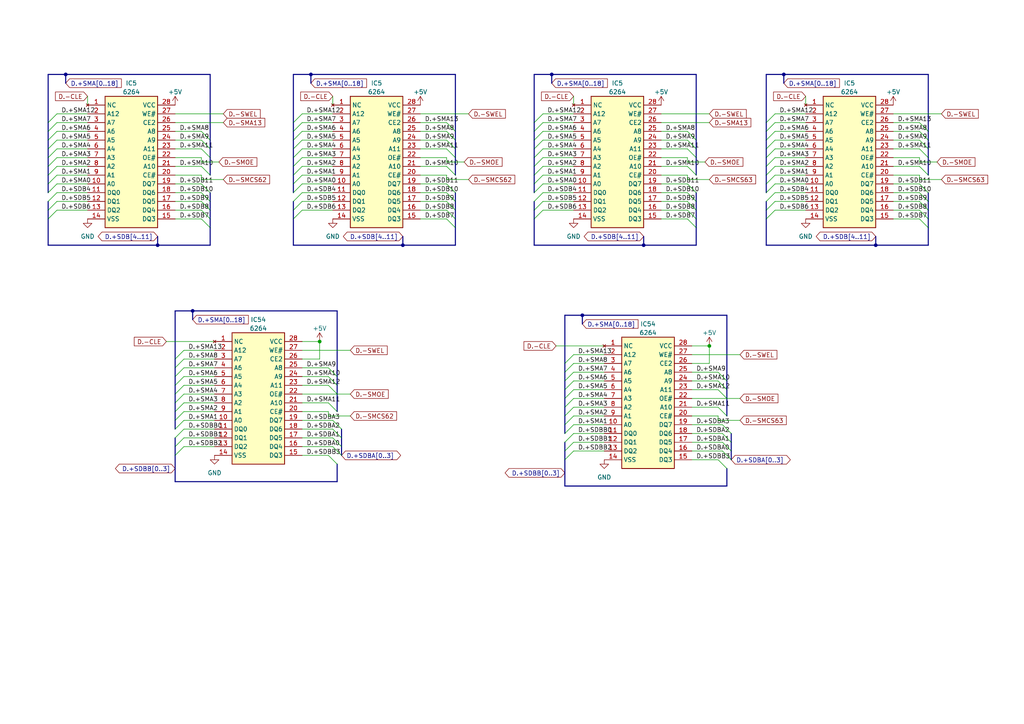
<source format=kicad_sch>
(kicad_sch (version 20230121) (generator eeschema)
  (paper "A4")
  (lib_symbols
    (symbol "SamacSys_Parts:LY6264DL-70LLI"
      (property "Reference" "IC" (at 21.59 7.62 0))
      (property "Value" "LY6264DL-70LLI" (at 21.59 5.08 0))
      (symbol "LY6264DL-70LLI_1_1"
        (rectangle (start 5.08 2.54) (end 20.32 -35.56) (stroke (width 0.254)) (fill (type background)))
        (pin no_connect line (at 0 0 0) (length 5.08) (name "NC") (number "1"))
        (pin passive line (at 0 -22.86 0) (length 5.08) (name "A0") (number "10"))
        (pin passive line (at 0 -25.4 0) (length 5.08) (name "DQ0") (number "11"))
        (pin passive line (at 0 -27.94 0) (length 5.08) (name "DQ1") (number "12"))
        (pin passive line (at 0 -30.48 0) (length 5.08) (name "DQ2") (number "13"))
        (pin passive line (at 0 -33.02 0) (length 5.08) (name "VSS") (number "14"))
        (pin passive line (at 25.4 -33.02 180) (length 5.08) (name "DQ3") (number "15"))
        (pin passive line (at 25.4 -30.48 180) (length 5.08) (name "DQ4") (number "16"))
        (pin passive line (at 25.4 -27.94 180) (length 5.08) (name "DQ5") (number "17"))
        (pin passive line (at 25.4 -25.4 180) (length 5.08) (name "DQ6") (number "18"))
        (pin passive line (at 25.4 -22.86 180) (length 5.08) (name "DQ7") (number "19"))
        (pin passive line (at 0 -2.54 0) (length 5.08) (name "A12") (number "2"))
        (pin passive line (at 25.4 -20.32 180) (length 5.08) (name "CE#") (number "20"))
        (pin passive line (at 25.4 -17.78 180) (length 5.08) (name "A10") (number "21"))
        (pin passive line (at 25.4 -15.24 180) (length 5.08) (name "OE#") (number "22"))
        (pin passive line (at 25.4 -12.7 180) (length 5.08) (name "A11") (number "23"))
        (pin passive line (at 25.4 -10.16 180) (length 5.08) (name "A9") (number "24"))
        (pin passive line (at 25.4 -7.62 180) (length 5.08) (name "A8") (number "25"))
        (pin passive line (at 25.4 -5.08 180) (length 5.08) (name "CE2") (number "26"))
        (pin passive line (at 25.4 -2.54 180) (length 5.08) (name "WE#") (number "27"))
        (pin passive line (at 25.4 0 180) (length 5.08) (name "VCC") (number "28"))
        (pin passive line (at 0 -5.08 0) (length 5.08) (name "A7") (number "3"))
        (pin passive line (at 0 -7.62 0) (length 5.08) (name "A6") (number "4"))
        (pin passive line (at 0 -10.16 0) (length 5.08) (name "A5") (number "5"))
        (pin passive line (at 0 -12.7 0) (length 5.08) (name "A4") (number "6"))
        (pin passive line (at 0 -15.24 0) (length 5.08) (name "A3") (number "7"))
        (pin passive line (at 0 -17.78 0) (length 5.08) (name "A2") (number "8"))
        (pin passive line (at 0 -20.32 0) (length 5.08) (name "A1") (number "9"))
      )
    )
    (symbol "power:+5V" (power) (pin_names (offset 0))
      (property "Value" "+5V" (at 0 3.556 0))
      (symbol "+5V_0_1"
        (polyline (pts (xy -0.762 1.27) (xy 0 2.54)))
        (polyline (pts (xy 0 0) (xy 0 2.54)))
        (polyline (pts (xy 0 2.54) (xy 0.762 1.27)))
      )
      (symbol "+5V_1_1"
        (pin power_in line (at 0 0 90) (length 0) hide (name "+5V") (number "1"))
      )
    )
    (symbol "power:GND" (power) (pin_names (offset 0))
      (property "Value" "GND" (at 0 -3.81 0))
      (symbol "GND_0_1"
        (polyline (pts (xy 0 0) (xy 0 -1.27) (xy 1.27 -1.27) (xy 0 -2.54) (xy -1.27 -1.27) (xy 0 -1.27)))
      )
      (symbol "GND_1_1"
        (pin power_in line (at 0 0 270) (length 0) hide (name "GND") (number "1"))
      )
    )
  )
  (junction (at 92.71 99.06))
  (junction (at 205.74 100.33))
  (junction (at 19.05 21.59))
  (junction (at 186.69 71.12))
  (junction (at 45.72 71.12))
  (junction (at 55.88 90.17))
  (junction (at 168.91 91.44))
  (junction (at 90.17 21.59))
  (junction (at 254 71.12))
  (junction (at 227.33 21.59))
  (junction (at 116.84 71.12))
  (junction (at 160.02 21.59))
  (bus_entry (at 157.48 33.02) (size -2.54 2.54))
  (bus_entry (at 53.34 121.92) (size -2.54 2.54))
  (bus_entry (at 16.51 35.56) (size -2.54 2.54))
  (bus_entry (at 129.54 48.26) (size 2.54 2.54))
  (bus_entry (at 129.54 58.42) (size 2.54 2.54))
  (bus_entry (at 166.37 115.57) (size -2.54 2.54))
  (bus_entry (at 166.37 128.27) (size -2.54 2.54))
  (bus_entry (at 166.37 123.19) (size -2.54 2.54))
  (bus_entry (at 95.25 106.68) (size 2.54 2.54))
  (bus_entry (at 87.63 60.96) (size -2.54 2.54))
  (bus_entry (at 224.79 45.72) (size -2.54 2.54))
  (bus_entry (at 224.79 60.96) (size -2.54 2.54))
  (bus_entry (at 157.48 43.18) (size -2.54 2.54))
  (bus_entry (at 16.51 48.26) (size -2.54 2.54))
  (bus_entry (at 209.55 123.19) (size 2.54 2.54))
  (bus_entry (at 53.34 106.68) (size -2.54 2.54))
  (bus_entry (at 166.37 107.95) (size -2.54 2.54))
  (bus_entry (at 96.52 121.92) (size 2.54 2.54))
  (bus_entry (at 53.34 116.84) (size -2.54 2.54))
  (bus_entry (at 166.37 113.03) (size -2.54 2.54))
  (bus_entry (at 58.42 53.34) (size 2.54 2.54))
  (bus_entry (at 129.54 55.88) (size 2.54 2.54))
  (bus_entry (at 199.39 43.18) (size 2.54 2.54))
  (bus_entry (at 266.7 58.42) (size 2.54 2.54))
  (bus_entry (at 157.48 35.56) (size -2.54 2.54))
  (bus_entry (at 266.7 55.88) (size 2.54 2.54))
  (bus_entry (at 166.37 125.73) (size -2.54 2.54))
  (bus_entry (at 95.25 132.08) (size 2.54 2.54))
  (bus_entry (at 58.42 48.26) (size 2.54 2.54))
  (bus_entry (at 199.39 58.42) (size 2.54 2.54))
  (bus_entry (at 129.54 63.5) (size 2.54 2.54))
  (bus_entry (at 16.51 33.02) (size -2.54 2.54))
  (bus_entry (at 58.42 60.96) (size 2.54 2.54))
  (bus_entry (at 16.51 53.34) (size -2.54 2.54))
  (bus_entry (at 87.63 53.34) (size -2.54 2.54))
  (bus_entry (at 53.34 101.6) (size -2.54 2.54))
  (bus_entry (at 58.42 63.5) (size 2.54 2.54))
  (bus_entry (at 224.79 53.34) (size -2.54 2.54))
  (bus_entry (at 129.54 35.56) (size 2.54 2.54))
  (bus_entry (at 224.79 58.42) (size -2.54 2.54))
  (bus_entry (at 87.63 40.64) (size -2.54 2.54))
  (bus_entry (at 95.25 111.76) (size 2.54 2.54))
  (bus_entry (at 53.34 127) (size -2.54 2.54))
  (bus_entry (at 224.79 40.64) (size -2.54 2.54))
  (bus_entry (at 96.52 127) (size 2.54 2.54))
  (bus_entry (at 199.39 48.26) (size 2.54 2.54))
  (bus_entry (at 224.79 33.02) (size -2.54 2.54))
  (bus_entry (at 157.48 38.1) (size -2.54 2.54))
  (bus_entry (at 266.7 63.5) (size 2.54 2.54))
  (bus_entry (at 87.63 33.02) (size -2.54 2.54))
  (bus_entry (at 53.34 119.38) (size -2.54 2.54))
  (bus_entry (at 209.55 130.81) (size 2.54 2.54))
  (bus_entry (at 16.51 45.72) (size -2.54 2.54))
  (bus_entry (at 224.79 38.1) (size -2.54 2.54))
  (bus_entry (at 95.25 109.22) (size 2.54 2.54))
  (bus_entry (at 209.55 125.73) (size 2.54 2.54))
  (bus_entry (at 266.7 43.18) (size 2.54 2.54))
  (bus_entry (at 53.34 114.3) (size -2.54 2.54))
  (bus_entry (at 16.51 60.96) (size -2.54 2.54))
  (bus_entry (at 129.54 43.18) (size 2.54 2.54))
  (bus_entry (at 224.79 43.18) (size -2.54 2.54))
  (bus_entry (at 166.37 105.41) (size -2.54 2.54))
  (bus_entry (at 157.48 60.96) (size -2.54 2.54))
  (bus_entry (at 199.39 60.96) (size 2.54 2.54))
  (bus_entry (at 266.7 53.34) (size 2.54 2.54))
  (bus_entry (at 208.28 113.03) (size 2.54 2.54))
  (bus_entry (at 53.34 109.22) (size -2.54 2.54))
  (bus_entry (at 208.28 110.49) (size 2.54 2.54))
  (bus_entry (at 157.48 53.34) (size -2.54 2.54))
  (bus_entry (at 87.63 55.88) (size -2.54 2.54))
  (bus_entry (at 166.37 120.65) (size -2.54 2.54))
  (bus_entry (at 224.79 35.56) (size -2.54 2.54))
  (bus_entry (at 224.79 48.26) (size -2.54 2.54))
  (bus_entry (at 157.48 58.42) (size -2.54 2.54))
  (bus_entry (at 266.7 48.26) (size 2.54 2.54))
  (bus_entry (at 58.42 38.1) (size 2.54 2.54))
  (bus_entry (at 16.51 50.8) (size -2.54 2.54))
  (bus_entry (at 199.39 38.1) (size 2.54 2.54))
  (bus_entry (at 157.48 55.88) (size -2.54 2.54))
  (bus_entry (at 58.42 40.64) (size 2.54 2.54))
  (bus_entry (at 87.63 35.56) (size -2.54 2.54))
  (bus_entry (at 87.63 48.26) (size -2.54 2.54))
  (bus_entry (at 157.48 45.72) (size -2.54 2.54))
  (bus_entry (at 87.63 50.8) (size -2.54 2.54))
  (bus_entry (at 266.7 40.64) (size 2.54 2.54))
  (bus_entry (at 166.37 110.49) (size -2.54 2.54))
  (bus_entry (at 199.39 40.64) (size 2.54 2.54))
  (bus_entry (at 129.54 53.34) (size 2.54 2.54))
  (bus_entry (at 266.7 35.56) (size 2.54 2.54))
  (bus_entry (at 157.48 50.8) (size -2.54 2.54))
  (bus_entry (at 58.42 43.18) (size 2.54 2.54))
  (bus_entry (at 96.52 124.46) (size 2.54 2.54))
  (bus_entry (at 16.51 40.64) (size -2.54 2.54))
  (bus_entry (at 157.48 40.64) (size -2.54 2.54))
  (bus_entry (at 208.28 133.35) (size 2.54 2.54))
  (bus_entry (at 166.37 130.81) (size -2.54 2.54))
  (bus_entry (at 16.51 55.88) (size -2.54 2.54))
  (bus_entry (at 95.25 116.84) (size 2.54 2.54))
  (bus_entry (at 266.7 38.1) (size 2.54 2.54))
  (bus_entry (at 129.54 60.96) (size 2.54 2.54))
  (bus_entry (at 87.63 38.1) (size -2.54 2.54))
  (bus_entry (at 208.28 107.95) (size 2.54 2.54))
  (bus_entry (at 129.54 40.64) (size 2.54 2.54))
  (bus_entry (at 129.54 38.1) (size 2.54 2.54))
  (bus_entry (at 209.55 128.27) (size 2.54 2.54))
  (bus_entry (at 16.51 38.1) (size -2.54 2.54))
  (bus_entry (at 16.51 43.18) (size -2.54 2.54))
  (bus_entry (at 16.51 58.42) (size -2.54 2.54))
  (bus_entry (at 199.39 53.34) (size 2.54 2.54))
  (bus_entry (at 58.42 58.42) (size 2.54 2.54))
  (bus_entry (at 58.42 55.88) (size 2.54 2.54))
  (bus_entry (at 224.79 55.88) (size -2.54 2.54))
  (bus_entry (at 53.34 104.14) (size -2.54 2.54))
  (bus_entry (at 224.79 50.8) (size -2.54 2.54))
  (bus_entry (at 53.34 111.76) (size -2.54 2.54))
  (bus_entry (at 87.63 45.72) (size -2.54 2.54))
  (bus_entry (at 53.34 129.54) (size -2.54 2.54))
  (bus_entry (at 166.37 118.11) (size -2.54 2.54))
  (bus_entry (at 96.52 129.54) (size 2.54 2.54))
  (bus_entry (at 157.48 48.26) (size -2.54 2.54))
  (bus_entry (at 166.37 102.87) (size -2.54 2.54))
  (bus_entry (at 87.63 43.18) (size -2.54 2.54))
  (bus_entry (at 199.39 55.88) (size 2.54 2.54))
  (bus_entry (at 199.39 63.5) (size 2.54 2.54))
  (bus_entry (at 208.28 118.11) (size 2.54 2.54))
  (bus_entry (at 266.7 60.96) (size 2.54 2.54))
  (bus_entry (at 87.63 58.42) (size -2.54 2.54))
  (bus_entry (at 53.34 124.46) (size -2.54 2.54))
  (bus (pts (xy 60.96 60.96) (xy 60.96 63.5)))
  (bus (pts (xy 163.83 115.57) (xy 163.83 118.11)))
  (bus (pts (xy 163.83 91.44) (xy 163.83 105.41)))
  (bus (pts (xy 201.93 55.88) (xy 201.93 58.42)))
  (wire (pts (xy 121.92 38.1) (xy 129.54 38.1)))
  (wire (pts (xy 199.39 45.72) (xy 191.77 45.72)))
  (bus (pts (xy 13.97 38.1) (xy 13.97 40.64)))
  (bus (pts (xy 85.09 35.56) (xy 85.09 38.1)))
  (wire (pts (xy 64.77 33.02) (xy 50.8 33.02)))
  (bus (pts (xy 132.08 58.42) (xy 132.08 60.96)))
  (wire (pts (xy 210.82 115.57) (xy 200.66 115.57)))
  (wire (pts (xy 166.37 115.57) (xy 175.26 115.57)))
  (wire (pts (xy 166.37 113.03) (xy 175.26 113.03)))
  (wire (pts (xy 16.51 43.18) (xy 25.4 43.18)))
  (bus (pts (xy 186.69 68.58) (xy 186.69 71.12)))
  (bus (pts (xy 13.97 45.72) (xy 13.97 48.26)))
  (wire (pts (xy 53.34 104.14) (xy 62.23 104.14)))
  (bus (pts (xy 60.96 66.04) (xy 60.96 71.12)))
  (wire (pts (xy 16.51 40.64) (xy 25.4 40.64)))
  (bus (pts (xy 99.06 129.54) (xy 99.06 132.08)))
  (bus (pts (xy 50.8 106.68) (xy 50.8 109.22)))
  (wire (pts (xy 87.63 35.56) (xy 96.52 35.56)))
  (bus (pts (xy 160.02 21.59) (xy 160.02 24.13)))
  (bus (pts (xy 222.25 40.64) (xy 222.25 43.18)))
  (wire (pts (xy 166.37 27.94) (xy 166.37 30.48)))
  (wire (pts (xy 224.79 45.72) (xy 233.68 45.72)))
  (wire (pts (xy 135.89 52.07) (xy 129.54 52.07)))
  (bus (pts (xy 227.33 21.59) (xy 227.33 24.13)))
  (bus (pts (xy 163.83 130.81) (xy 163.83 128.27)))
  (bus (pts (xy 154.94 21.59) (xy 160.02 21.59)))
  (wire (pts (xy 266.7 45.72) (xy 266.7 46.99)))
  (bus (pts (xy 186.69 71.12) (xy 154.94 71.12)))
  (bus (pts (xy 85.09 50.8) (xy 85.09 53.34)))
  (bus (pts (xy 222.25 53.34) (xy 222.25 55.88)))
  (wire (pts (xy 87.63 127) (xy 96.52 127)))
  (bus (pts (xy 85.09 45.72) (xy 85.09 48.26)))
  (bus (pts (xy 13.97 21.59) (xy 13.97 35.56)))
  (wire (pts (xy 95.25 120.65) (xy 95.25 119.38)))
  (wire (pts (xy 166.37 107.95) (xy 175.26 107.95)))
  (wire (pts (xy 50.8 55.88) (xy 58.42 55.88)))
  (wire (pts (xy 58.42 52.07) (xy 58.42 50.8)))
  (wire (pts (xy 97.79 114.3) (xy 87.63 114.3)))
  (bus (pts (xy 132.08 40.64) (xy 132.08 38.1)))
  (wire (pts (xy 224.79 53.34) (xy 233.68 53.34)))
  (wire (pts (xy 191.77 55.88) (xy 199.39 55.88)))
  (bus (pts (xy 85.09 63.5) (xy 85.09 71.12)))
  (bus (pts (xy 60.96 43.18) (xy 60.96 45.72)))
  (bus (pts (xy 13.97 21.59) (xy 19.05 21.59)))
  (bus (pts (xy 13.97 58.42) (xy 13.97 60.96)))
  (bus (pts (xy 97.79 139.7) (xy 50.8 139.7)))
  (wire (pts (xy 224.79 40.64) (xy 233.68 40.64)))
  (wire (pts (xy 16.51 60.96) (xy 25.4 60.96)))
  (bus (pts (xy 60.96 45.72) (xy 60.96 50.8)))
  (wire (pts (xy 87.63 50.8) (xy 96.52 50.8)))
  (bus (pts (xy 116.84 71.12) (xy 85.09 71.12)))
  (bus (pts (xy 55.88 90.17) (xy 97.79 90.17)))
  (bus (pts (xy 163.83 140.97) (xy 163.83 133.35)))
  (bus (pts (xy 210.82 110.49) (xy 210.82 113.03)))
  (wire (pts (xy 191.77 38.1) (xy 199.39 38.1)))
  (bus (pts (xy 201.93 66.04) (xy 201.93 71.12)))
  (wire (pts (xy 214.63 102.87) (xy 200.66 102.87)))
  (bus (pts (xy 132.08 66.04) (xy 132.08 71.12)))
  (bus (pts (xy 269.24 40.64) (xy 269.24 38.1)))
  (bus (pts (xy 132.08 71.12) (xy 116.84 71.12)))
  (wire (pts (xy 53.34 116.84) (xy 62.23 116.84)))
  (wire (pts (xy 191.77 58.42) (xy 199.39 58.42)))
  (bus (pts (xy 168.91 91.44) (xy 210.82 91.44)))
  (wire (pts (xy 224.79 48.26) (xy 233.68 48.26)))
  (bus (pts (xy 85.09 40.64) (xy 85.09 43.18)))
  (bus (pts (xy 60.96 58.42) (xy 60.96 60.96)))
  (bus (pts (xy 154.94 35.56) (xy 154.94 38.1)))
  (bus (pts (xy 222.25 21.59) (xy 227.33 21.59)))
  (wire (pts (xy 259.08 40.64) (xy 266.7 40.64)))
  (wire (pts (xy 266.7 45.72) (xy 259.08 45.72)))
  (bus (pts (xy 222.25 45.72) (xy 222.25 48.26)))
  (wire (pts (xy 166.37 102.87) (xy 175.26 102.87)))
  (bus (pts (xy 85.09 53.34) (xy 85.09 55.88)))
  (wire (pts (xy 166.37 120.65) (xy 175.26 120.65)))
  (bus (pts (xy 85.09 43.18) (xy 85.09 45.72)))
  (wire (pts (xy 259.08 53.34) (xy 266.7 53.34)))
  (wire (pts (xy 157.48 38.1) (xy 166.37 38.1)))
  (bus (pts (xy 154.94 48.26) (xy 154.94 50.8)))
  (wire (pts (xy 259.08 38.1) (xy 266.7 38.1)))
  (wire (pts (xy 273.05 33.02) (xy 259.08 33.02)))
  (wire (pts (xy 199.39 52.07) (xy 199.39 50.8)))
  (bus (pts (xy 227.33 21.59) (xy 269.24 21.59)))
  (bus (pts (xy 60.96 40.64) (xy 60.96 21.59)))
  (wire (pts (xy 16.51 55.88) (xy 25.4 55.88)))
  (wire (pts (xy 58.42 46.99) (xy 63.5 46.99)))
  (wire (pts (xy 157.48 33.02) (xy 166.37 33.02)))
  (bus (pts (xy 97.79 109.22) (xy 97.79 90.17)))
  (bus (pts (xy 163.83 91.44) (xy 168.91 91.44)))
  (wire (pts (xy 87.63 58.42) (xy 96.52 58.42)))
  (bus (pts (xy 13.97 43.18) (xy 13.97 45.72)))
  (wire (pts (xy 157.48 58.42) (xy 166.37 58.42)))
  (wire (pts (xy 87.63 116.84) (xy 95.25 116.84)))
  (wire (pts (xy 259.08 63.5) (xy 266.7 63.5)))
  (bus (pts (xy 154.94 45.72) (xy 154.94 48.26)))
  (wire (pts (xy 200.66 105.41) (xy 205.74 105.41)))
  (wire (pts (xy 166.37 110.49) (xy 175.26 110.49)))
  (bus (pts (xy 222.25 21.59) (xy 222.25 35.56)))
  (bus (pts (xy 163.83 120.65) (xy 163.83 123.19)))
  (bus (pts (xy 269.24 66.04) (xy 269.24 71.12)))
  (wire (pts (xy 166.37 105.41) (xy 175.26 105.41)))
  (wire (pts (xy 58.42 45.72) (xy 58.42 46.99)))
  (bus (pts (xy 269.24 43.18) (xy 269.24 45.72)))
  (wire (pts (xy 121.92 40.64) (xy 129.54 40.64)))
  (wire (pts (xy 87.63 40.64) (xy 96.52 40.64)))
  (bus (pts (xy 201.93 43.18) (xy 201.93 45.72)))
  (wire (pts (xy 157.48 43.18) (xy 166.37 43.18)))
  (bus (pts (xy 85.09 21.59) (xy 85.09 35.56)))
  (wire (pts (xy 48.26 99.06) (xy 62.23 99.06)))
  (wire (pts (xy 224.79 55.88) (xy 233.68 55.88)))
  (wire (pts (xy 266.7 46.99) (xy 271.78 46.99)))
  (bus (pts (xy 163.83 123.19) (xy 163.83 125.73)))
  (wire (pts (xy 259.08 48.26) (xy 266.7 48.26)))
  (wire (pts (xy 157.48 40.64) (xy 166.37 40.64)))
  (wire (pts (xy 64.77 52.07) (xy 58.42 52.07)))
  (bus (pts (xy 85.09 38.1) (xy 85.09 40.64)))
  (wire (pts (xy 161.29 100.33) (xy 175.26 100.33)))
  (wire (pts (xy 87.63 48.26) (xy 96.52 48.26)))
  (bus (pts (xy 19.05 21.59) (xy 19.05 24.13)))
  (wire (pts (xy 233.68 27.94) (xy 233.68 30.48)))
  (wire (pts (xy 224.79 43.18) (xy 233.68 43.18)))
  (wire (pts (xy 87.63 106.68) (xy 95.25 106.68)))
  (wire (pts (xy 208.28 120.65) (xy 200.66 120.65)))
  (wire (pts (xy 121.92 63.5) (xy 129.54 63.5)))
  (bus (pts (xy 60.96 40.64) (xy 60.96 43.18)))
  (bus (pts (xy 254 68.58) (xy 254 71.12)))
  (wire (pts (xy 157.48 53.34) (xy 166.37 53.34)))
  (bus (pts (xy 154.94 21.59) (xy 154.94 35.56)))
  (wire (pts (xy 205.74 52.07) (xy 199.39 52.07)))
  (bus (pts (xy 50.8 116.84) (xy 50.8 119.38)))
  (bus (pts (xy 97.79 114.3) (xy 97.79 119.38)))
  (bus (pts (xy 163.83 110.49) (xy 163.83 113.03)))
  (bus (pts (xy 269.24 38.1) (xy 269.24 21.59)))
  (wire (pts (xy 87.63 33.02) (xy 96.52 33.02)))
  (bus (pts (xy 210.82 110.49) (xy 210.82 91.44)))
  (bus (pts (xy 210.82 115.57) (xy 210.82 120.65)))
  (wire (pts (xy 16.51 58.42) (xy 25.4 58.42)))
  (bus (pts (xy 85.09 48.26) (xy 85.09 50.8)))
  (wire (pts (xy 87.63 43.18) (xy 96.52 43.18)))
  (wire (pts (xy 157.48 50.8) (xy 166.37 50.8)))
  (bus (pts (xy 50.8 129.54) (xy 50.8 127)))
  (wire (pts (xy 191.77 40.64) (xy 199.39 40.64)))
  (wire (pts (xy 266.7 52.07) (xy 266.7 50.8)))
  (wire (pts (xy 96.52 27.94) (xy 96.52 30.48)))
  (wire (pts (xy 208.28 121.92) (xy 208.28 120.65)))
  (wire (pts (xy 157.48 55.88) (xy 166.37 55.88)))
  (wire (pts (xy 129.54 52.07) (xy 129.54 50.8)))
  (wire (pts (xy 121.92 43.18) (xy 129.54 43.18)))
  (wire (pts (xy 25.4 27.94) (xy 25.4 30.48)))
  (wire (pts (xy 87.63 129.54) (xy 96.52 129.54)))
  (wire (pts (xy 87.63 124.46) (xy 96.52 124.46)))
  (bus (pts (xy 132.08 45.72) (xy 132.08 50.8)))
  (bus (pts (xy 222.25 35.56) (xy 222.25 38.1)))
  (wire (pts (xy 16.51 45.72) (xy 25.4 45.72)))
  (bus (pts (xy 269.24 45.72) (xy 269.24 50.8)))
  (bus (pts (xy 50.8 121.92) (xy 50.8 124.46)))
  (wire (pts (xy 92.71 99.06) (xy 87.63 99.06)))
  (wire (pts (xy 129.54 50.8) (xy 121.92 50.8)))
  (wire (pts (xy 214.63 121.92) (xy 208.28 121.92)))
  (wire (pts (xy 50.8 43.18) (xy 58.42 43.18)))
  (bus (pts (xy 212.09 128.27) (xy 212.09 130.81)))
  (wire (pts (xy 266.7 50.8) (xy 259.08 50.8)))
  (wire (pts (xy 53.34 121.92) (xy 62.23 121.92)))
  (wire (pts (xy 259.08 58.42) (xy 266.7 58.42)))
  (bus (pts (xy 222.25 60.96) (xy 222.25 63.5)))
  (bus (pts (xy 201.93 40.64) (xy 201.93 21.59)))
  (wire (pts (xy 64.77 35.56) (xy 50.8 35.56)))
  (bus (pts (xy 19.05 21.59) (xy 60.96 21.59)))
  (bus (pts (xy 154.94 40.64) (xy 154.94 43.18)))
  (wire (pts (xy 16.51 50.8) (xy 25.4 50.8)))
  (wire (pts (xy 101.6 114.3) (xy 97.79 114.3)))
  (bus (pts (xy 160.02 21.59) (xy 201.93 21.59)))
  (wire (pts (xy 166.37 118.11) (xy 175.26 118.11)))
  (wire (pts (xy 16.51 33.02) (xy 25.4 33.02)))
  (bus (pts (xy 154.94 43.18) (xy 154.94 45.72)))
  (wire (pts (xy 157.48 35.56) (xy 166.37 35.56)))
  (bus (pts (xy 154.94 63.5) (xy 154.94 71.12)))
  (bus (pts (xy 154.94 53.34) (xy 154.94 55.88)))
  (wire (pts (xy 87.63 104.14) (xy 92.71 104.14)))
  (bus (pts (xy 222.25 38.1) (xy 222.25 40.64)))
  (bus (pts (xy 154.94 38.1) (xy 154.94 40.64)))
  (bus (pts (xy 116.84 68.58) (xy 116.84 71.12)))
  (wire (pts (xy 16.51 35.56) (xy 25.4 35.56)))
  (bus (pts (xy 90.17 21.59) (xy 132.08 21.59)))
  (bus (pts (xy 163.83 113.03) (xy 163.83 115.57)))
  (bus (pts (xy 97.79 109.22) (xy 97.79 111.76)))
  (wire (pts (xy 50.8 48.26) (xy 58.42 48.26)))
  (wire (pts (xy 87.63 38.1) (xy 96.52 38.1)))
  (bus (pts (xy 132.08 60.96) (xy 132.08 63.5)))
  (bus (pts (xy 201.93 45.72) (xy 201.93 50.8)))
  (wire (pts (xy 95.25 119.38) (xy 87.63 119.38)))
  (wire (pts (xy 101.6 101.6) (xy 87.63 101.6)))
  (bus (pts (xy 269.24 55.88) (xy 269.24 58.42)))
  (bus (pts (xy 13.97 35.56) (xy 13.97 38.1)))
  (bus (pts (xy 45.72 68.58) (xy 45.72 71.12)))
  (wire (pts (xy 53.34 106.68) (xy 62.23 106.68)))
  (wire (pts (xy 200.66 107.95) (xy 208.28 107.95)))
  (wire (pts (xy 87.63 132.08) (xy 95.25 132.08)))
  (wire (pts (xy 121.92 53.34) (xy 129.54 53.34)))
  (wire (pts (xy 273.05 52.07) (xy 266.7 52.07)))
  (wire (pts (xy 224.79 58.42) (xy 233.68 58.42)))
  (wire (pts (xy 191.77 53.34) (xy 199.39 53.34)))
  (bus (pts (xy 269.24 60.96) (xy 269.24 63.5)))
  (wire (pts (xy 53.34 127) (xy 62.23 127)))
  (bus (pts (xy 85.09 21.59) (xy 90.17 21.59)))
  (wire (pts (xy 191.77 63.5) (xy 199.39 63.5)))
  (bus (pts (xy 168.91 91.44) (xy 168.91 93.98)))
  (wire (pts (xy 200.66 118.11) (xy 208.28 118.11)))
  (wire (pts (xy 259.08 43.18) (xy 266.7 43.18)))
  (bus (pts (xy 210.82 113.03) (xy 210.82 115.57)))
  (wire (pts (xy 166.37 130.81) (xy 175.26 130.81)))
  (bus (pts (xy 13.97 48.26) (xy 13.97 50.8)))
  (wire (pts (xy 53.34 124.46) (xy 62.23 124.46)))
  (bus (pts (xy 50.8 90.17) (xy 50.8 104.14)))
  (bus (pts (xy 222.25 43.18) (xy 222.25 45.72)))
  (bus (pts (xy 60.96 63.5) (xy 60.96 66.04)))
  (bus (pts (xy 132.08 55.88) (xy 132.08 58.42)))
  (wire (pts (xy 92.71 99.06) (xy 92.71 104.14)))
  (bus (pts (xy 50.8 109.22) (xy 50.8 111.76)))
  (bus (pts (xy 55.88 90.17) (xy 55.88 92.71)))
  (bus (pts (xy 201.93 63.5) (xy 201.93 66.04)))
  (bus (pts (xy 154.94 58.42) (xy 154.94 60.96)))
  (bus (pts (xy 163.83 118.11) (xy 163.83 120.65)))
  (wire (pts (xy 200.66 133.35) (xy 208.28 133.35)))
  (bus (pts (xy 50.8 114.3) (xy 50.8 116.84)))
  (bus (pts (xy 201.93 60.96) (xy 201.93 63.5)))
  (wire (pts (xy 205.74 100.33) (xy 205.74 105.41)))
  (wire (pts (xy 121.92 35.56) (xy 129.54 35.56)))
  (wire (pts (xy 16.51 53.34) (xy 25.4 53.34)))
  (bus (pts (xy 13.97 60.96) (xy 13.97 63.5)))
  (bus (pts (xy 132.08 38.1) (xy 132.08 21.59)))
  (wire (pts (xy 224.79 60.96) (xy 233.68 60.96)))
  (wire (pts (xy 129.54 46.99) (xy 134.62 46.99)))
  (wire (pts (xy 166.37 125.73) (xy 175.26 125.73)))
  (wire (pts (xy 224.79 33.02) (xy 233.68 33.02)))
  (wire (pts (xy 224.79 35.56) (xy 233.68 35.56)))
  (wire (pts (xy 87.63 109.22) (xy 95.25 109.22)))
  (bus (pts (xy 50.8 104.14) (xy 50.8 106.68)))
  (wire (pts (xy 53.34 129.54) (xy 62.23 129.54)))
  (wire (pts (xy 50.8 58.42) (xy 58.42 58.42)))
  (wire (pts (xy 87.63 55.88) (xy 96.52 55.88)))
  (wire (pts (xy 199.39 45.72) (xy 199.39 46.99)))
  (bus (pts (xy 269.24 40.64) (xy 269.24 43.18)))
  (wire (pts (xy 58.42 50.8) (xy 50.8 50.8)))
  (bus (pts (xy 269.24 71.12) (xy 254 71.12)))
  (bus (pts (xy 212.09 125.73) (xy 212.09 128.27)))
  (wire (pts (xy 50.8 63.5) (xy 58.42 63.5)))
  (bus (pts (xy 50.8 139.7) (xy 50.8 132.08)))
  (wire (pts (xy 135.89 33.02) (xy 121.92 33.02)))
  (bus (pts (xy 222.25 63.5) (xy 222.25 71.12)))
  (bus (pts (xy 222.25 50.8) (xy 222.25 53.34)))
  (wire (pts (xy 157.48 45.72) (xy 166.37 45.72)))
  (bus (pts (xy 212.09 130.81) (xy 212.09 133.35)))
  (wire (pts (xy 200.66 123.19) (xy 209.55 123.19)))
  (bus (pts (xy 210.82 135.89) (xy 210.82 140.97)))
  (bus (pts (xy 222.25 48.26) (xy 222.25 50.8)))
  (bus (pts (xy 163.83 107.95) (xy 163.83 110.49)))
  (bus (pts (xy 13.97 40.64) (xy 13.97 43.18)))
  (wire (pts (xy 200.66 128.27) (xy 209.55 128.27)))
  (bus (pts (xy 222.25 58.42) (xy 222.25 60.96)))
  (wire (pts (xy 157.48 60.96) (xy 166.37 60.96)))
  (wire (pts (xy 121.92 60.96) (xy 129.54 60.96)))
  (bus (pts (xy 163.83 133.35) (xy 163.83 130.81)))
  (wire (pts (xy 205.74 100.33) (xy 200.66 100.33)))
  (wire (pts (xy 166.37 123.19) (xy 175.26 123.19)))
  (bus (pts (xy 85.09 60.96) (xy 85.09 63.5)))
  (wire (pts (xy 259.08 60.96) (xy 266.7 60.96)))
  (bus (pts (xy 132.08 63.5) (xy 132.08 66.04)))
  (bus (pts (xy 99.06 124.46) (xy 99.06 127)))
  (wire (pts (xy 199.39 46.99) (xy 204.47 46.99)))
  (wire (pts (xy 259.08 35.56) (xy 266.7 35.56)))
  (wire (pts (xy 129.54 45.72) (xy 121.92 45.72)))
  (bus (pts (xy 13.97 63.5) (xy 13.97 71.12)))
  (wire (pts (xy 16.51 38.1) (xy 25.4 38.1)))
  (wire (pts (xy 58.42 45.72) (xy 50.8 45.72)))
  (bus (pts (xy 201.93 40.64) (xy 201.93 43.18)))
  (bus (pts (xy 60.96 55.88) (xy 60.96 58.42)))
  (bus (pts (xy 13.97 50.8) (xy 13.97 53.34)))
  (wire (pts (xy 191.77 48.26) (xy 199.39 48.26)))
  (wire (pts (xy 259.08 55.88) (xy 266.7 55.88)))
  (wire (pts (xy 50.8 53.34) (xy 58.42 53.34)))
  (wire (pts (xy 199.39 50.8) (xy 191.77 50.8)))
  (wire (pts (xy 191.77 43.18) (xy 199.39 43.18)))
  (wire (pts (xy 200.66 125.73) (xy 209.55 125.73)))
  (bus (pts (xy 97.79 111.76) (xy 97.79 114.3)))
  (wire (pts (xy 50.8 38.1) (xy 58.42 38.1)))
  (wire (pts (xy 214.63 115.57) (xy 210.82 115.57)))
  (wire (pts (xy 50.8 60.96) (xy 58.42 60.96)))
  (wire (pts (xy 50.8 40.64) (xy 58.42 40.64)))
  (bus (pts (xy 13.97 53.34) (xy 13.97 55.88)))
  (wire (pts (xy 87.63 53.34) (xy 96.52 53.34)))
  (wire (pts (xy 200.66 130.81) (xy 209.55 130.81)))
  (wire (pts (xy 53.34 109.22) (xy 62.23 109.22)))
  (bus (pts (xy 132.08 43.18) (xy 132.08 45.72)))
  (wire (pts (xy 87.63 111.76) (xy 95.25 111.76)))
  (wire (pts (xy 205.74 33.02) (xy 191.77 33.02)))
  (bus (pts (xy 163.83 105.41) (xy 163.83 107.95)))
  (bus (pts (xy 97.79 134.62) (xy 97.79 139.7)))
  (wire (pts (xy 166.37 128.27) (xy 175.26 128.27)))
  (bus (pts (xy 269.24 58.42) (xy 269.24 60.96)))
  (bus (pts (xy 254 71.12) (xy 222.25 71.12)))
  (wire (pts (xy 87.63 45.72) (xy 96.52 45.72)))
  (wire (pts (xy 200.66 110.49) (xy 208.28 110.49)))
  (bus (pts (xy 99.06 127) (xy 99.06 129.54)))
  (wire (pts (xy 53.34 114.3) (xy 62.23 114.3)))
  (bus (pts (xy 60.96 71.12) (xy 45.72 71.12)))
  (wire (pts (xy 53.34 101.6) (xy 62.23 101.6)))
  (wire (pts (xy 53.34 119.38) (xy 62.23 119.38)))
  (bus (pts (xy 269.24 63.5) (xy 269.24 66.04)))
  (bus (pts (xy 201.93 58.42) (xy 201.93 60.96)))
  (wire (pts (xy 101.6 120.65) (xy 95.25 120.65)))
  (bus (pts (xy 50.8 90.17) (xy 55.88 90.17)))
  (wire (pts (xy 205.74 35.56) (xy 191.77 35.56)))
  (bus (pts (xy 90.17 21.59) (xy 90.17 24.13)))
  (bus (pts (xy 85.09 58.42) (xy 85.09 60.96)))
  (wire (pts (xy 121.92 55.88) (xy 129.54 55.88)))
  (bus (pts (xy 201.93 71.12) (xy 186.69 71.12)))
  (bus (pts (xy 132.08 40.64) (xy 132.08 43.18)))
  (bus (pts (xy 154.94 60.96) (xy 154.94 63.5)))
  (wire (pts (xy 157.48 48.26) (xy 166.37 48.26)))
  (bus (pts (xy 154.94 50.8) (xy 154.94 53.34)))
  (wire (pts (xy 129.54 45.72) (xy 129.54 46.99)))
  (wire (pts (xy 87.63 121.92) (xy 96.52 121.92)))
  (wire (pts (xy 87.63 60.96) (xy 96.52 60.96)))
  (bus (pts (xy 50.8 119.38) (xy 50.8 121.92)))
  (bus (pts (xy 50.8 111.76) (xy 50.8 114.3)))
  (wire (pts (xy 200.66 113.03) (xy 208.28 113.03)))
  (wire (pts (xy 224.79 38.1) (xy 233.68 38.1)))
  (bus (pts (xy 50.8 132.08) (xy 50.8 129.54)))
  (wire (pts (xy 224.79 50.8) (xy 233.68 50.8)))
  (wire (pts (xy 53.34 111.76) (xy 62.23 111.76)))
  (bus (pts (xy 45.72 71.12) (xy 13.97 71.12)))
  (wire (pts (xy 121.92 48.26) (xy 129.54 48.26)))
  (wire (pts (xy 191.77 60.96) (xy 199.39 60.96)))
  (wire (pts (xy 16.51 48.26) (xy 25.4 48.26)))
  (wire (pts (xy 121.92 58.42) (xy 129.54 58.42)))
  (bus (pts (xy 210.82 140.97) (xy 163.83 140.97)))
  (label "D.+SMA8" (at 52.07 38.1 0))
  (label "D.+SDB6" (at 158.75 60.96 0))
  (label "D.+SDBA2" (at 88.9 124.46 0))
  (label "D.+SMA13" (at 167.64 102.87 0))
  (label "D.+SMA2" (at 158.75 48.26 0))
  (label "D.+SMA3" (at 88.9 45.72 0))
  (label "D.+SMA4" (at 226.06 43.18 0))
  (label "D.+SDB9" (at 123.19 58.42 0))
  (label "D.+SMA8" (at 260.35 38.1 0))
  (label "D.+SMA12" (at 88.9 111.76 0))
  (label "D.+SMA10" (at 193.04 48.26 0))
  (label "D.+SMA3" (at 17.78 45.72 0))
  (label "D.+SDBB0" (at 167.64 125.73 0))
  (label "D.+SDB4" (at 158.75 55.88 0))
  (label "D.+SMA11" (at 123.19 43.18 0))
  (label "D.+SDB10" (at 260.35 55.88 0))
  (label "D.+SMA10" (at 52.07 48.26 0))
  (label "D.+SMA8" (at 167.64 105.41 0))
  (label "D.+SMA1" (at 54.61 121.92 0))
  (label "D.+SMA4" (at 158.75 43.18 0))
  (label "D.+SMA10" (at 201.93 110.49 0))
  (label "D.+SMA11" (at 193.04 43.18 0))
  (label "D.+SMA6" (at 226.06 38.1 0))
  (label "D.+SDB4" (at 88.9 55.88 0))
  (label "D.+SDB4" (at 17.78 55.88 0))
  (label "D.+SMA10" (at 260.35 48.26 0))
  (label "D.+SMA8" (at 123.19 38.1 0))
  (label "D.+SDB8" (at 123.19 60.96 0))
  (label "D.+SDBB1" (at 167.64 128.27 0))
  (label "D.+SMA1" (at 226.06 50.8 0))
  (label "D.+SMA2" (at 226.06 48.26 0))
  (label "D.+SMA6" (at 158.75 38.1 0))
  (label "D.+SMA12" (at 88.9 33.02 0))
  (label "D.+SMA7" (at 167.64 107.95 0))
  (label "D.+SDBA3" (at 88.9 121.92 0))
  (label "D.+SMA7" (at 158.75 35.56 0))
  (label "D.+SDB7" (at 123.19 63.5 0))
  (label "D.+SMA5" (at 167.64 113.03 0))
  (label "D.+SMA11" (at 201.93 118.11 0))
  (label "D.+SDBB3" (at 88.9 132.08 0))
  (label "D.+SDB8" (at 193.04 60.96 0))
  (label "D.+SMA6" (at 167.64 110.49 0))
  (label "D.+SMA11" (at 52.07 43.18 0))
  (label "D.+SDB4" (at 226.06 55.88 0))
  (label "D.+SDB5" (at 17.78 58.42 0))
  (label "D.+SMA11" (at 88.9 116.84 0))
  (label "D.+SMA7" (at 54.61 106.68 0))
  (label "D.+SDB6" (at 226.06 60.96 0))
  (label "D.+SMA5" (at 226.06 40.64 0))
  (label "D.+SMA11" (at 260.35 43.18 0))
  (label "D.+SDB9" (at 260.35 58.42 0))
  (label "D.+SMA13" (at 123.19 35.56 0))
  (label "D.+SMA1" (at 158.75 50.8 0))
  (label "D.+SMA12" (at 158.75 33.02 0))
  (label "D.+SDB9" (at 193.04 58.42 0))
  (label "D.+SDB10" (at 52.07 55.88 0))
  (label "D.+SDB9" (at 52.07 58.42 0))
  (label "D.+SMA4" (at 167.64 115.57 0))
  (label "D.+SDB11" (at 260.35 53.34 0))
  (label "D.+SMA7" (at 17.78 35.56 0))
  (label "D.+SDB10" (at 123.19 55.88 0))
  (label "D.+SMA0" (at 88.9 53.34 0))
  (label "D.+SMA6" (at 88.9 38.1 0))
  (label "D.+SDBB1" (at 54.61 127 0))
  (label "D.+SMA9" (at 260.35 40.64 0))
  (label "D.+SDBA1" (at 88.9 127 0))
  (label "D.+SMA9" (at 88.9 106.68 0))
  (label "D.+SMA12" (at 201.93 113.03 0))
  (label "D.+SMA4" (at 54.61 114.3 0))
  (label "D.+SMA0" (at 158.75 53.34 0))
  (label "D.+SDBB2" (at 54.61 129.54 0))
  (label "D.+SDB10" (at 193.04 55.88 0))
  (label "D.+SDBA1" (at 201.93 128.27 0))
  (label "D.+SMA9" (at 193.04 40.64 0))
  (label "D.+SMA9" (at 201.93 107.95 0))
  (label "D.+SDB7" (at 193.04 63.5 0))
  (label "D.+SMA3" (at 226.06 45.72 0))
  (label "D.+SDB5" (at 158.75 58.42 0))
  (label "D.+SMA12" (at 17.78 33.02 0))
  (label "D.+SDB5" (at 88.9 58.42 0))
  (label "D.+SMA8" (at 54.61 104.14 0))
  (label "D.+SDBA0" (at 201.93 130.81 0))
  (label "D.+SMA1" (at 167.64 123.19 0))
  (label "D.+SMA7" (at 226.06 35.56 0))
  (label "D.+SMA13" (at 260.35 35.56 0))
  (label "D.+SMA2" (at 88.9 48.26 0))
  (label "D.+SDBB0" (at 54.61 124.46 0))
  (label "D.+SMA10" (at 123.19 48.26 0))
  (label "D.+SMA3" (at 158.75 45.72 0))
  (label "D.+SMA6" (at 17.78 38.1 0))
  (label "D.+SMA2" (at 167.64 120.65 0))
  (label "D.+SDB5" (at 226.06 58.42 0))
  (label "D.+SMA8" (at 193.04 38.1 0))
  (label "D.+SDBB3" (at 201.93 133.35 0))
  (label "D.+SMA5" (at 54.61 111.76 0))
  (label "D.+SMA12" (at 226.06 33.02 0))
  (label "D.+SDB7" (at 260.35 63.5 0))
  (label "D.+SMA6" (at 54.61 109.22 0))
  (label "D.+SDB7" (at 52.07 63.5 0))
  (label "D.+SMA3" (at 167.64 118.11 0))
  (label "D.+SDBB2" (at 167.64 130.81 0))
  (label "D.+SMA9" (at 123.19 40.64 0))
  (label "D.+SMA5" (at 17.78 40.64 0))
  (label "D.+SDB6" (at 17.78 60.96 0))
  (label "D.+SMA1" (at 17.78 50.8 0))
  (label "D.+SMA7" (at 88.9 35.56 0))
  (label "D.+SDB11" (at 123.19 53.34 0))
  (label "D.+SMA10" (at 88.9 109.22 0))
  (label "D.+SMA3" (at 54.61 116.84 0))
  (label "D.+SDBA0" (at 88.9 129.54 0))
  (label "D.+SMA4" (at 88.9 43.18 0))
  (label "D.+SMA4" (at 17.78 43.18 0))
  (label "D.+SDB11" (at 193.04 53.34 0))
  (label "D.+SMA5" (at 88.9 40.64 0))
  (label "D.+SDB6" (at 88.9 60.96 0))
  (label "D.+SMA0" (at 226.06 53.34 0))
  (label "D.+SMA13" (at 54.61 101.6 0))
  (label "D.+SMA2" (at 54.61 119.38 0))
  (label "D.+SDB11" (at 52.07 53.34 0))
  (label "D.+SMA0" (at 17.78 53.34 0))
  (label "D.+SDBA2" (at 201.93 125.73 0))
  (label "D.+SMA1" (at 88.9 50.8 0))
  (label "D.+SMA2" (at 17.78 48.26 0))
  (label "D.+SDBA3" (at 201.93 123.19 0))
  (label "D.+SMA5" (at 158.75 40.64 0))
  (label "D.+SMA9" (at 52.07 40.64 0))
  (label "D.+SDB8" (at 260.35 60.96 0))
  (label "D.+SDB8" (at 52.07 60.96 0))
  (global_label "D.-SWEL" (shape input) (at 135.89 33.02 0) (property "Intersheetrefs" "${INTERSHEET_REFS}" (effects hide)))
  (global_label "D.-SWEL" (shape input) (at 273.05 33.02 0) (property "Intersheetrefs" "${INTERSHEET_REFS}" (effects hide)))
  (global_label "D.+SDBA[0..3]" (shape bidirectional) (at 212.09 133.35 0) (property "Intersheetrefs" "${INTERSHEET_REFS}" (effects hide)))
  (global_label "D.+SDB[4..11]" (shape bidirectional) (at 186.69 68.58 180) (property "Intersheetrefs" "${INTERSHEET_REFS}" (effects hide)))
  (global_label "D.-SWEL" (shape input) (at 214.63 102.87 0) (property "Intersheetrefs" "${INTERSHEET_REFS}" (effects hide)))
  (global_label "D.-SMOE" (shape input) (at 204.47 46.99 0) (property "Intersheetrefs" "${INTERSHEET_REFS}" (effects hide)))
  (global_label "D.+SMA[0..18]" (shape input) (at 160.02 24.13 0) (property "Intersheetrefs" "${INTERSHEET_REFS}" (effects hide)))
  (global_label "D.-SMCS62" (shape input) (at 135.89 52.07 0) (property "Intersheetrefs" "${INTERSHEET_REFS}" (effects hide)))
  (global_label "D.-SMCS62" (shape input) (at 64.77 52.07 0) (property "Intersheetrefs" "${INTERSHEET_REFS}" (effects hide)))
  (global_label "D.-CLE" (shape input) (at 25.4 27.94 180) (property "Intersheetrefs" "${INTERSHEET_REFS}" (effects hide)))
  (global_label "D.-CLE" (shape input) (at 48.26 99.06 180) (property "Intersheetrefs" "${INTERSHEET_REFS}" (effects hide)))
  (global_label "D.-CLE" (shape input) (at 96.52 27.94 180) (property "Intersheetrefs" "${INTERSHEET_REFS}" (effects hide)))
  (global_label "D.-SWEL" (shape input) (at 64.77 33.02 0) (property "Intersheetrefs" "${INTERSHEET_REFS}" (effects hide)))
  (global_label "D.+SDB[4..11]" (shape bidirectional) (at 45.72 68.58 180) (property "Intersheetrefs" "${INTERSHEET_REFS}" (effects hide)))
  (global_label "D.+SDBA[0..3]" (shape bidirectional) (at 99.06 132.08 0) (property "Intersheetrefs" "${INTERSHEET_REFS}" (effects hide)))
  (global_label "D.-SMA13" (shape input) (at 64.77 35.56 0) (property "Intersheetrefs" "${INTERSHEET_REFS}" (effects hide)))
  (global_label "D.-SMOE" (shape input) (at 63.5 46.99 0) (property "Intersheetrefs" "${INTERSHEET_REFS}" (effects hide)))
  (global_label "D.-SMA13" (shape input) (at 205.74 35.56 0) (property "Intersheetrefs" "${INTERSHEET_REFS}" (effects hide)))
  (global_label "D.+SMA[0..18]" (shape input) (at 55.88 92.71 0) (property "Intersheetrefs" "${INTERSHEET_REFS}" (effects hide)))
  (global_label "D.-SMCS63" (shape input) (at 205.74 52.07 0) (property "Intersheetrefs" "${INTERSHEET_REFS}" (effects hide)))
  (global_label "D.+SDBB[0..3]" (shape bidirectional) (at 50.8 135.89 180) (property "Intersheetrefs" "${INTERSHEET_REFS}" (effects hide)))
  (global_label "D.+SDB[4..11]" (shape bidirectional) (at 116.84 68.58 180) (property "Intersheetrefs" "${INTERSHEET_REFS}" (effects hide)))
  (global_label "D.+SMA[0..18]" (shape input) (at 19.05 24.13 0) (property "Intersheetrefs" "${INTERSHEET_REFS}" (effects hide)))
  (global_label "D.+SMA[0..18]" (shape input) (at 90.17 24.13 0) (property "Intersheetrefs" "${INTERSHEET_REFS}" (effects hide)))
  (global_label "D.-SWEL" (shape input) (at 205.74 33.02 0) (property "Intersheetrefs" "${INTERSHEET_REFS}" (effects hide)))
  (global_label "D.-SMCS62" (shape input) (at 101.6 120.65 0) (property "Intersheetrefs" "${INTERSHEET_REFS}" (effects hide)))
  (global_label "D.-CLE" (shape input) (at 166.37 27.94 180) (property "Intersheetrefs" "${INTERSHEET_REFS}" (effects hide)))
  (global_label "D.+SMA[0..18]" (shape input) (at 168.91 93.98 0) (property "Intersheetrefs" "${INTERSHEET_REFS}" (effects hide)))
  (global_label "D.-SMCS63" (shape input) (at 214.63 121.92 0) (property "Intersheetrefs" "${INTERSHEET_REFS}" (effects hide)))
  (global_label "D.-CLE" (shape input) (at 161.29 100.33 180) (property "Intersheetrefs" "${INTERSHEET_REFS}" (effects hide)))
  (global_label "D.-SMOE" (shape input) (at 101.6 114.3 0) (property "Intersheetrefs" "${INTERSHEET_REFS}" (effects hide)))
  (global_label "D.-SMOE" (shape input) (at 214.63 115.57 0) (property "Intersheetrefs" "${INTERSHEET_REFS}" (effects hide)))
  (global_label "D.+SDB[4..11]" (shape bidirectional) (at 254 68.58 180) (property "Intersheetrefs" "${INTERSHEET_REFS}" (effects hide)))
  (global_label "D.-SMOE" (shape input) (at 134.62 46.99 0) (property "Intersheetrefs" "${INTERSHEET_REFS}" (effects hide)))
  (global_label "D.-SMCS63" (shape input) (at 273.05 52.07 0) (property "Intersheetrefs" "${INTERSHEET_REFS}" (effects hide)))
  (global_label "D.-CLE" (shape input) (at 233.68 27.94 180) (property "Intersheetrefs" "${INTERSHEET_REFS}" (effects hide)))
  (global_label "D.-SMOE" (shape input) (at 271.78 46.99 0) (property "Intersheetrefs" "${INTERSHEET_REFS}" (effects hide)))
  (global_label "D.+SMA[0..18]" (shape input) (at 227.33 24.13 0) (property "Intersheetrefs" "${INTERSHEET_REFS}" (effects hide)))
  (global_label "D.+SDBB[0..3]" (shape bidirectional) (at 163.83 137.16 180) (property "Intersheetrefs" "${INTERSHEET_REFS}" (effects hide)))
  (global_label "D.-SWEL" (shape input) (at 101.6 101.6 0) (property "Intersheetrefs" "${INTERSHEET_REFS}" (effects hide)))
  (symbol (lib_id "SamacSys_Parts:LY6264DL-70LLI") (at 62.23 99.06 0) (unit 1)
    (property "Reference" "IC54" (at 74.93 92.71 0))
    (property "Value" "6264" (at 74.93 95.25 0))
    (property "Footprint" "DIP787W46P254L3537H533Q28N" (effects hide))
    (property "Datasheet" "https://datasheet.lcsc.com/szlcsc/Lyontek-Inc-LY6264SL-70LLI_C261872.pdf" (effects hide))
    (property "Height" "5.334" (effects hide))
    (property "Manufacturer_Name" "Lyontek Inc." (effects hide))
    (property "Manufacturer_Part_Number" "LY6264DL-70LLI" (effects hide))
    (instances (project "emu_sp12" (path "" (reference "IC54") (unit 1)) (path "" (reference "IC56") (unit 1)) (path "" (reference "IC52") (unit 1))))
  )
  (symbol (lib_id "SamacSys_Parts:LY6264DL-70LLI") (at 96.52 30.48 0) (unit 1)
    (property "Reference" "IC5" (at 109.22 24.13 0))
    (property "Value" "6264" (at 109.22 26.67 0))
    (property "Footprint" "DIP787W46P254L3537H533Q28N" (effects hide))
    (property "Datasheet" "https://datasheet.lcsc.com/szlcsc/Lyontek-Inc-LY6264SL-70LLI_C261872.pdf" (effects hide))
    (property "Height" "5.334" (effects hide))
    (property "Manufacturer_Name" "Lyontek Inc." (effects hide))
    (property "Manufacturer_Part_Number" "LY6264DL-70LLI" (effects hide))
    (instances (project "emu_sp12" (path "" (reference "IC5") (unit 1)) (path "" (reference "IC25") (unit 1)) (path "" (reference "IC21") (unit 1))))
  )
  (symbol (lib_id "SamacSys_Parts:LY6264DL-70LLI") (at 175.26 100.33 0) (unit 1)
    (property "Reference" "IC54" (at 187.96 93.98 0))
    (property "Value" "6264" (at 187.96 96.52 0))
    (property "Footprint" "DIP787W46P254L3537H533Q28N" (effects hide))
    (property "Datasheet" "https://datasheet.lcsc.com/szlcsc/Lyontek-Inc-LY6264SL-70LLI_C261872.pdf" (effects hide))
    (property "Height" "5.334" (effects hide))
    (property "Manufacturer_Name" "Lyontek Inc." (effects hide))
    (property "Manufacturer_Part_Number" "LY6264DL-70LLI" (effects hide))
    (instances (project "emu_sp12" (path "" (reference "IC54") (unit 1)) (path "" (reference "IC57") (unit 1)) (path "" (reference "IC53") (unit 1))))
  )
  (symbol (lib_id "power:GND") (at 25.4 63.5 0) (unit 1)
    (property "Reference" "#PWR0160" (effects hide))
    (property "Value" "GND" (at 25.4 68.58 0))
    (instances (project "emu_sp12" (path "" (reference "#PWR0160") (unit 1)) (path "" (reference "#PWR0166") (unit 1)) (path "" (reference "#PWR0195") (unit 1))))
  )
  (symbol (lib_id "power:GND") (at 175.26 133.35 0) (unit 1)
    (property "Reference" "#PWR0168" (effects hide))
    (property "Value" "GND" (at 175.26 138.43 0))
    (instances (project "emu_sp12" (path "" (reference "#PWR0168") (unit 1)) (path "" (reference "#PWR0183") (unit 1)) (path "" (reference "#PWR0202") (unit 1))))
  )
  (symbol (lib_id "SamacSys_Parts:LY6264DL-70LLI") (at 166.37 30.48 0) (unit 1)
    (property "Reference" "IC5" (at 179.07 24.13 0))
    (property "Value" "6264" (at 179.07 26.67 0))
    (property "Footprint" "DIP787W46P254L3537H533Q28N" (effects hide))
    (property "Datasheet" "https://datasheet.lcsc.com/szlcsc/Lyontek-Inc-LY6264SL-70LLI_C261872.pdf" (effects hide))
    (property "Height" "5.334" (effects hide))
    (property "Manufacturer_Name" "Lyontek Inc." (effects hide))
    (property "Manufacturer_Part_Number" "LY6264DL-70LLI" (effects hide))
    (instances (project "emu_sp12" (path "" (reference "IC5") (unit 1)) (path "" (reference "IC8") (unit 1)) (path "" (reference "IC4") (unit 1))))
  )
  (symbol (lib_id "power:+5V") (at 92.71 99.06 0) (unit 1)
    (property "Reference" "#PWR0169" (effects hide))
    (property "Value" "+5V" (at 92.71 95.25 0))
    (instances (project "emu_sp12" (path "" (reference "#PWR0169") (unit 1)) (path "" (reference "#PWR0180") (unit 1)) (path "" (reference "#PWR0198") (unit 1))))
  )
  (symbol (lib_id "power:+5V") (at 121.92 30.48 0) (unit 1)
    (property "Reference" "#PWR0159" (effects hide))
    (property "Value" "+5V" (at 121.92 26.67 0))
    (instances (project "emu_sp12" (path "" (reference "#PWR0159") (unit 1)) (path "" (reference "#PWR0176") (unit 1)) (path "" (reference "#PWR0200") (unit 1))))
  )
  (symbol (lib_id "power:GND") (at 62.23 132.08 0) (unit 1)
    (property "Reference" "#PWR0168" (effects hide))
    (property "Value" "GND" (at 62.23 137.16 0))
    (instances (project "emu_sp12" (path "" (reference "#PWR0168") (unit 1)) (path "" (reference "#PWR0179") (unit 1)) (path "" (reference "#PWR0197") (unit 1))))
  )
  (symbol (lib_id "SamacSys_Parts:LY6264DL-70LLI") (at 233.68 30.48 0) (unit 1)
    (property "Reference" "IC5" (at 246.38 24.13 0))
    (property "Value" "6264" (at 246.38 26.67 0))
    (property "Footprint" "DIP787W46P254L3537H533Q28N" (effects hide))
    (property "Datasheet" "https://datasheet.lcsc.com/szlcsc/Lyontek-Inc-LY6264SL-70LLI_C261872.pdf" (effects hide))
    (property "Height" "5.334" (effects hide))
    (property "Manufacturer_Name" "Lyontek Inc." (effects hide))
    (property "Manufacturer_Part_Number" "LY6264DL-70LLI" (effects hide))
    (instances (project "emu_sp12" (path "" (reference "IC5") (unit 1)) (path "" (reference "IC26") (unit 1)) (path "" (reference "IC22") (unit 1))))
  )
  (symbol (lib_id "power:+5V") (at 191.77 30.48 0) (unit 1)
    (property "Reference" "#PWR0159" (effects hide))
    (property "Value" "+5V" (at 191.77 26.67 0))
    (instances (project "emu_sp12" (path "" (reference "#PWR0159") (unit 1)) (path "" (reference "#PWR0174") (unit 1)) (path "" (reference "#PWR0203") (unit 1))))
  )
  (symbol (lib_id "power:+5V") (at 50.8 30.48 0) (unit 1)
    (property "Reference" "#PWR0159" (effects hide))
    (property "Value" "+5V" (at 50.8 26.67 0))
    (instances (project "emu_sp12" (path "" (reference "#PWR0159") (unit 1)) (path "" (reference "#PWR0172") (unit 1)) (path "" (reference "#PWR0196") (unit 1))))
  )
  (symbol (lib_id "power:+5V") (at 259.08 30.48 0) (unit 1)
    (property "Reference" "#PWR0159" (effects hide))
    (property "Value" "+5V" (at 259.08 26.67 0))
    (instances (project "emu_sp12" (path "" (reference "#PWR0159") (unit 1)) (path "" (reference "#PWR0178") (unit 1)) (path "" (reference "#PWR0206") (unit 1))))
  )
  (symbol (lib_id "power:GND") (at 96.52 63.5 0) (unit 1)
    (property "Reference" "#PWR0160" (effects hide))
    (property "Value" "GND" (at 96.52 68.58 0))
    (instances (project "emu_sp12" (path "" (reference "#PWR0160") (unit 1)) (path "" (reference "#PWR0175") (unit 1)) (path "" (reference "#PWR0199") (unit 1))))
  )
  (symbol (lib_id "SamacSys_Parts:LY6264DL-70LLI") (at 25.4 30.48 0) (unit 1)
    (property "Reference" "IC5" (at 38.1 24.13 0))
    (property "Value" "6264" (at 38.1 26.67 0))
    (property "Footprint" "DIP787W46P254L3537H533Q28N" (effects hide))
    (property "Datasheet" "https://datasheet.lcsc.com/szlcsc/Lyontek-Inc-LY6264SL-70LLI_C261872.pdf" (effects hide))
    (property "Height" "5.334" (effects hide))
    (property "Manufacturer_Name" "Lyontek Inc." (effects hide))
    (property "Manufacturer_Part_Number" "LY6264DL-70LLI" (effects hide))
    (instances (project "emu_sp12" (path "" (reference "IC5") (unit 1)) (path "" (reference "IC7") (unit 1)) (path "" (reference "IC3") (unit 1))))
  )
  (symbol (lib_id "power:GND") (at 233.68 63.5 0) (unit 1)
    (property "Reference" "#PWR0160" (effects hide))
    (property "Value" "GND" (at 233.68 68.58 0))
    (instances (project "emu_sp12" (path "" (reference "#PWR0160") (unit 1)) (path "" (reference "#PWR0177") (unit 1)) (path "" (reference "#PWR0205") (unit 1))))
  )
  (symbol (lib_id "power:+5V") (at 205.74 100.33 0) (unit 1)
    (property "Reference" "#PWR0169" (effects hide))
    (property "Value" "+5V" (at 205.74 96.52 0))
    (instances (project "emu_sp12" (path "" (reference "#PWR0169") (unit 1)) (path "" (reference "#PWR0184") (unit 1)) (path "" (reference "#PWR0204") (unit 1))))
  )
  (symbol (lib_id "power:GND") (at 166.37 63.5 0) (unit 1)
    (property "Reference" "#PWR0160" (effects hide))
    (property "Value" "GND" (at 166.37 68.58 0))
    (instances (project "emu_sp12" (path "" (reference "#PWR0160") (unit 1)) (path "" (reference "#PWR0173") (unit 1)) (path "" (reference "#PWR0201") (unit 1))))
  )
)
</source>
